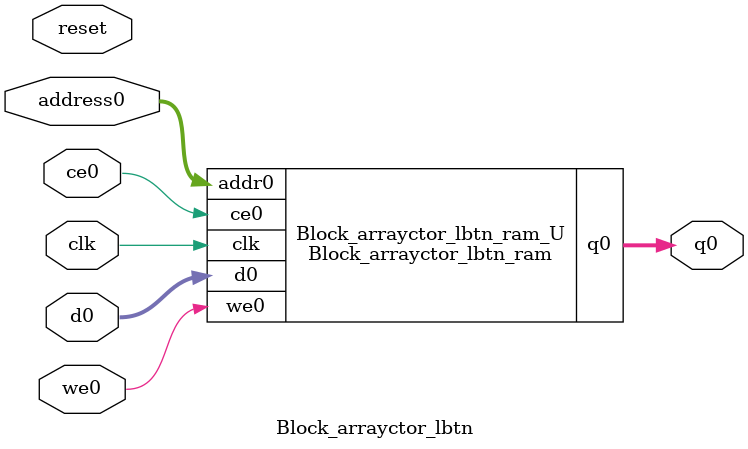
<source format=v>
`timescale 1 ns / 1 ps
module Block_arrayctor_lbtn_ram (addr0, ce0, d0, we0, q0,  clk);

parameter DWIDTH = 16;
parameter AWIDTH = 18;
parameter MEM_SIZE = 204800;

input[AWIDTH-1:0] addr0;
input ce0;
input[DWIDTH-1:0] d0;
input we0;
output reg[DWIDTH-1:0] q0;
input clk;

(* ram_style = "block" *)reg [DWIDTH-1:0] ram[0:MEM_SIZE-1];




always @(posedge clk)  
begin 
    if (ce0) begin
        if (we0) 
            ram[addr0] <= d0; 
        q0 <= ram[addr0];
    end
end


endmodule

`timescale 1 ns / 1 ps
module Block_arrayctor_lbtn(
    reset,
    clk,
    address0,
    ce0,
    we0,
    d0,
    q0);

parameter DataWidth = 32'd16;
parameter AddressRange = 32'd204800;
parameter AddressWidth = 32'd18;
input reset;
input clk;
input[AddressWidth - 1:0] address0;
input ce0;
input we0;
input[DataWidth - 1:0] d0;
output[DataWidth - 1:0] q0;



Block_arrayctor_lbtn_ram Block_arrayctor_lbtn_ram_U(
    .clk( clk ),
    .addr0( address0 ),
    .ce0( ce0 ),
    .we0( we0 ),
    .d0( d0 ),
    .q0( q0 ));

endmodule


</source>
